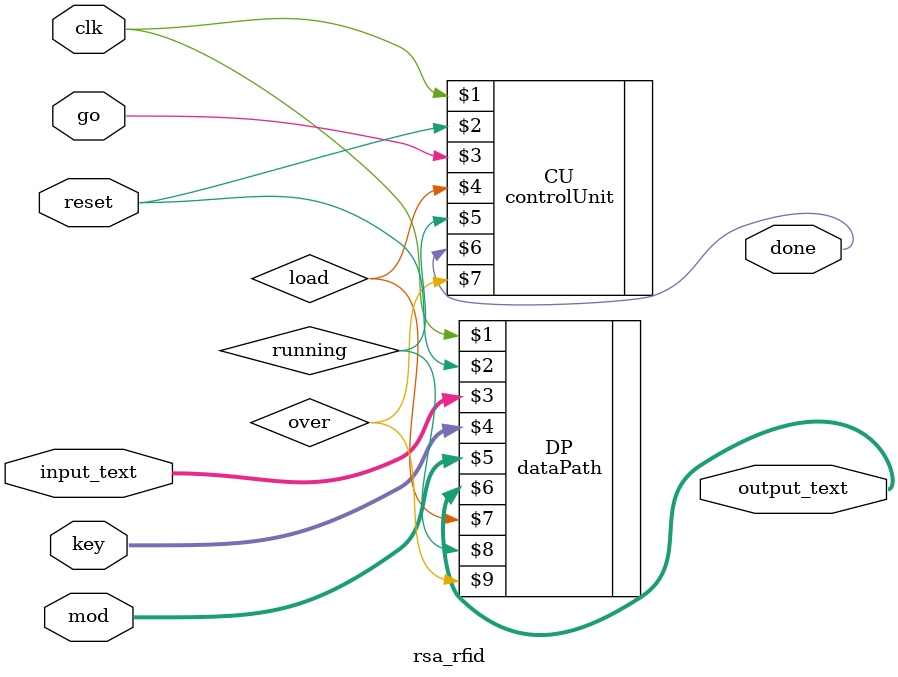
<source format=v>
module rsa_rfid
	#(parameter WordSize = 32) 
	(  
	// Top Level  I/O
	input clk, reset,
	
	// Data Path  I/O	
	input  [WordSize-1:0] input_text,
	input  [WordSize-1:0] key,
	input  [WordSize-1:0] mod,
	
	output [WordSize-1:0] output_text,
	
	// Controller I/O
	input wire go,       // enablers
	output wire done     // flags
	);
	
	wire load, running, over;
	
	dataPath DP(clk, reset, input_text, key, mod, output_text, load, running, over);
	controlUnit CU(clk, reset, go, load, running, done, over);


endmodule 
</source>
